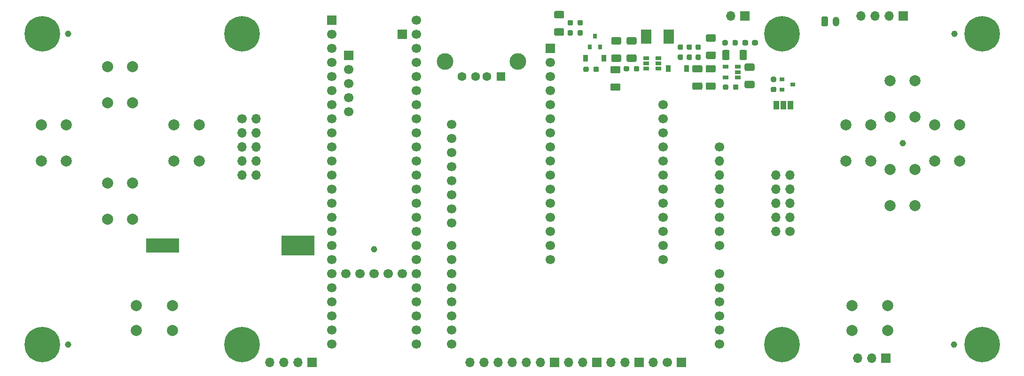
<source format=gbr>
%TF.GenerationSoftware,KiCad,Pcbnew,5.1.9*%
%TF.CreationDate,2021-01-24T16:08:06-08:00*%
%TF.ProjectId,TeensyDisplayShield,5465656e-7379-4446-9973-706c61795368,rev?*%
%TF.SameCoordinates,Original*%
%TF.FileFunction,Soldermask,Top*%
%TF.FilePolarity,Negative*%
%FSLAX46Y46*%
G04 Gerber Fmt 4.6, Leading zero omitted, Abs format (unit mm)*
G04 Created by KiCad (PCBNEW 5.1.9) date 2021-01-24 16:08:06*
%MOMM*%
%LPD*%
G01*
G04 APERTURE LIST*
%ADD10C,1.152000*%
%ADD11C,1.700000*%
%ADD12O,1.700000X1.700000*%
%ADD13R,1.700000X1.700000*%
%ADD14R,0.900000X1.200000*%
%ADD15C,1.600000*%
%ADD16R,1.600000X1.500000*%
%ADD17C,3.000000*%
%ADD18O,1.200000X1.750000*%
%ADD19R,1.000000X1.500000*%
%ADD20C,2.000000*%
%ADD21R,1.060000X0.650000*%
%ADD22R,6.000000X2.600000*%
%ADD23R,6.000000X3.600000*%
%ADD24R,0.800000X0.900000*%
%ADD25R,1.900000X2.500000*%
%ADD26R,0.900000X0.800000*%
%ADD27C,6.400000*%
G04 APERTURE END LIST*
D10*
%TO.C,REF\u002A\u002A*%
X204880000Y-137210000D03*
%TD*%
%TO.C,REF\u002A\u002A*%
X45280000Y-137260000D03*
%TD*%
D11*
%TO.C,A2*%
X114300000Y-134620000D03*
X114300000Y-137160000D03*
X162560000Y-137160000D03*
X162560000Y-134620000D03*
X114300000Y-102620000D03*
X162560000Y-132080000D03*
X114300000Y-105160000D03*
X162560000Y-129540000D03*
X114300000Y-107700000D03*
X162560000Y-127000000D03*
X114300000Y-110240000D03*
X162560000Y-124460000D03*
X114300000Y-112780000D03*
X162560000Y-119380000D03*
X114300000Y-115320000D03*
X162560000Y-116840000D03*
X114300000Y-119380000D03*
X162560000Y-114300000D03*
X114300000Y-121920000D03*
D12*
X162560000Y-111760000D03*
D11*
X114300000Y-124460000D03*
D12*
X162560000Y-109220000D03*
D11*
X114300000Y-127000000D03*
D12*
X162560000Y-106680000D03*
D11*
X114300000Y-129540000D03*
D12*
X162560000Y-104140000D03*
D11*
X114300000Y-132080000D03*
X162560000Y-101600000D03*
X114300000Y-97540000D03*
X114300000Y-100080000D03*
%TD*%
%TO.C,A1*%
X132080000Y-121920000D03*
X132080000Y-119380000D03*
X132080000Y-116840000D03*
X132080000Y-114300000D03*
X132080000Y-111760000D03*
X132080000Y-109220000D03*
X132080000Y-106680000D03*
X132080000Y-104140000D03*
X132080000Y-101600000D03*
X132080000Y-99060000D03*
X132080000Y-96520000D03*
X132080000Y-93980000D03*
X132080000Y-91440000D03*
X132080000Y-88900000D03*
X132080000Y-86360000D03*
D13*
X132080000Y-83820000D03*
D11*
X152400000Y-93980000D03*
X152400000Y-96520000D03*
X152400000Y-99060000D03*
X152400000Y-101600000D03*
X152400000Y-104140000D03*
X152400000Y-106680000D03*
X152400000Y-109220000D03*
X152400000Y-111760000D03*
X152400000Y-114300000D03*
X152400000Y-116840000D03*
X152400000Y-119380000D03*
X152400000Y-121920000D03*
%TD*%
D14*
%TO.C,D2*%
X138500000Y-85580000D03*
X141800000Y-85580000D03*
%TD*%
%TO.C,D1*%
G36*
G01*
X167752000Y-82562500D02*
X167752000Y-83037500D01*
G75*
G02*
X167514500Y-83275000I-237500J0D01*
G01*
X166939500Y-83275000D01*
G75*
G02*
X166702000Y-83037500I0J237500D01*
G01*
X166702000Y-82562500D01*
G75*
G02*
X166939500Y-82325000I237500J0D01*
G01*
X167514500Y-82325000D01*
G75*
G02*
X167752000Y-82562500I0J-237500D01*
G01*
G37*
G36*
G01*
X169502000Y-82562500D02*
X169502000Y-83037500D01*
G75*
G02*
X169264500Y-83275000I-237500J0D01*
G01*
X168689500Y-83275000D01*
G75*
G02*
X168452000Y-83037500I0J237500D01*
G01*
X168452000Y-82562500D01*
G75*
G02*
X168689500Y-82325000I237500J0D01*
G01*
X169264500Y-82325000D01*
G75*
G02*
X169502000Y-82562500I0J-237500D01*
G01*
G37*
%TD*%
D15*
%TO.C,J2*%
X116190000Y-88900000D03*
X118690000Y-88900000D03*
X120690000Y-88900000D03*
D16*
X123190000Y-88900000D03*
D17*
X113120000Y-86190000D03*
X126260000Y-86190000D03*
%TD*%
D13*
%TO.C,J5*%
X195700000Y-78000000D03*
D12*
X193160000Y-78000000D03*
X190620000Y-78000000D03*
X188080000Y-78000000D03*
%TD*%
%TO.C,J1*%
G36*
G01*
X180950000Y-79575001D02*
X180950000Y-78324999D01*
G75*
G02*
X181199999Y-78075000I249999J0D01*
G01*
X181900001Y-78075000D01*
G75*
G02*
X182150000Y-78324999I0J-249999D01*
G01*
X182150000Y-79575001D01*
G75*
G02*
X181900001Y-79825000I-249999J0D01*
G01*
X181199999Y-79825000D01*
G75*
G02*
X180950000Y-79575001I0J249999D01*
G01*
G37*
D18*
X183550000Y-78950000D03*
%TD*%
D13*
%TO.C,J6*%
X167170000Y-78000000D03*
D12*
X164630000Y-78000000D03*
%TD*%
%TO.C,J3*%
X117602000Y-140440000D03*
X120142000Y-140440000D03*
X122682000Y-140440000D03*
X125222000Y-140440000D03*
X127762000Y-140440000D03*
X130302000Y-140440000D03*
D13*
X132842000Y-140440000D03*
D12*
X135382000Y-140440000D03*
X137922000Y-140440000D03*
D13*
X140462000Y-140440000D03*
D12*
X143002000Y-140440000D03*
X145542000Y-140440000D03*
D13*
X148082000Y-140440000D03*
D12*
X150622000Y-140440000D03*
D11*
X153162000Y-140440000D03*
D13*
X155702000Y-140440000D03*
%TD*%
D19*
%TO.C,JP2*%
X175400000Y-94090000D03*
X172800000Y-94090000D03*
X174100000Y-94090000D03*
%TD*%
D20*
%TO.C,SW2*%
X197850000Y-89640000D03*
X193350000Y-89640000D03*
X197850000Y-96140000D03*
X193350000Y-96140000D03*
%TD*%
D13*
%TO.C,U2*%
X105410000Y-81280000D03*
D11*
X95760800Y-95199200D03*
X95760800Y-92659200D03*
X95760800Y-90119200D03*
X95760800Y-87579200D03*
D13*
X95760800Y-85039200D03*
D11*
X107950000Y-78740000D03*
X107950000Y-81280000D03*
X107950000Y-83820000D03*
X107950000Y-86360000D03*
X107950000Y-88900000D03*
X107950000Y-91440000D03*
X107950000Y-93980000D03*
X107950000Y-96520000D03*
X107950000Y-99060000D03*
X107950000Y-101600000D03*
X107950000Y-104140000D03*
X107950000Y-106680000D03*
X107950000Y-109220000D03*
X107950000Y-111760000D03*
D13*
X92710000Y-78740000D03*
D11*
X92710000Y-81280000D03*
X92710000Y-83820000D03*
X92710000Y-86360000D03*
X92710000Y-88900000D03*
X92710000Y-91440000D03*
X92710000Y-93980000D03*
X92710000Y-96520000D03*
X92710000Y-99060000D03*
X92710000Y-101600000D03*
X92710000Y-104140000D03*
X92710000Y-106680000D03*
X92710000Y-109220000D03*
X107950000Y-114300000D03*
X107950000Y-116840000D03*
X107950000Y-119380000D03*
X107950000Y-121920000D03*
X107950000Y-124460000D03*
X107950000Y-127000000D03*
X107950000Y-129540000D03*
X107950000Y-132080000D03*
X107950000Y-134620000D03*
X107950000Y-137160000D03*
X92710000Y-137160000D03*
X92710000Y-134620000D03*
X92710000Y-132080000D03*
X92710000Y-129540000D03*
X92710000Y-111760000D03*
X92710000Y-114300000D03*
X92710000Y-116840000D03*
X92710000Y-127000000D03*
X92710000Y-124460000D03*
X92710000Y-121920000D03*
X92710000Y-119380000D03*
X95250000Y-124460000D03*
X97790000Y-124460000D03*
X100330000Y-124460000D03*
X102870000Y-124460000D03*
X105410000Y-124460000D03*
%TD*%
D21*
%TO.C,U1*%
X163702000Y-89050000D03*
X163702000Y-87150000D03*
X165902000Y-87150000D03*
X165902000Y-88100000D03*
X165902000Y-89050000D03*
%TD*%
D12*
%TO.C,SW1*%
X187450000Y-139700000D03*
X189990000Y-139700000D03*
D13*
X192530000Y-139700000D03*
%TD*%
%TO.C,R4*%
G36*
G01*
X146312500Y-87242500D02*
X146312500Y-87717500D01*
G75*
G02*
X146075000Y-87955000I-237500J0D01*
G01*
X145575000Y-87955000D01*
G75*
G02*
X145337500Y-87717500I0J237500D01*
G01*
X145337500Y-87242500D01*
G75*
G02*
X145575000Y-87005000I237500J0D01*
G01*
X146075000Y-87005000D01*
G75*
G02*
X146312500Y-87242500I0J-237500D01*
G01*
G37*
G36*
G01*
X148137500Y-87242500D02*
X148137500Y-87717500D01*
G75*
G02*
X147900000Y-87955000I-237500J0D01*
G01*
X147400000Y-87955000D01*
G75*
G02*
X147162500Y-87717500I0J237500D01*
G01*
X147162500Y-87242500D01*
G75*
G02*
X147400000Y-87005000I237500J0D01*
G01*
X147900000Y-87005000D01*
G75*
G02*
X148137500Y-87242500I0J-237500D01*
G01*
G37*
%TD*%
%TO.C,R5*%
G36*
G01*
X157387500Y-85892500D02*
X156912500Y-85892500D01*
G75*
G02*
X156675000Y-85655000I0J237500D01*
G01*
X156675000Y-85155000D01*
G75*
G02*
X156912500Y-84917500I237500J0D01*
G01*
X157387500Y-84917500D01*
G75*
G02*
X157625000Y-85155000I0J-237500D01*
G01*
X157625000Y-85655000D01*
G75*
G02*
X157387500Y-85892500I-237500J0D01*
G01*
G37*
G36*
G01*
X157387500Y-84067500D02*
X156912500Y-84067500D01*
G75*
G02*
X156675000Y-83830000I0J237500D01*
G01*
X156675000Y-83330000D01*
G75*
G02*
X156912500Y-83092500I237500J0D01*
G01*
X157387500Y-83092500D01*
G75*
G02*
X157625000Y-83330000I0J-237500D01*
G01*
X157625000Y-83830000D01*
G75*
G02*
X157387500Y-84067500I-237500J0D01*
G01*
G37*
%TD*%
%TO.C,R6*%
G36*
G01*
X155787500Y-84067500D02*
X155312500Y-84067500D01*
G75*
G02*
X155075000Y-83830000I0J237500D01*
G01*
X155075000Y-83330000D01*
G75*
G02*
X155312500Y-83092500I237500J0D01*
G01*
X155787500Y-83092500D01*
G75*
G02*
X156025000Y-83330000I0J-237500D01*
G01*
X156025000Y-83830000D01*
G75*
G02*
X155787500Y-84067500I-237500J0D01*
G01*
G37*
G36*
G01*
X155787500Y-85892500D02*
X155312500Y-85892500D01*
G75*
G02*
X155075000Y-85655000I0J237500D01*
G01*
X155075000Y-85155000D01*
G75*
G02*
X155312500Y-84917500I237500J0D01*
G01*
X155787500Y-84917500D01*
G75*
G02*
X156025000Y-85155000I0J-237500D01*
G01*
X156025000Y-85655000D01*
G75*
G02*
X155787500Y-85892500I-237500J0D01*
G01*
G37*
%TD*%
%TO.C,R7*%
G36*
G01*
X158987500Y-85892500D02*
X158512500Y-85892500D01*
G75*
G02*
X158275000Y-85655000I0J237500D01*
G01*
X158275000Y-85155000D01*
G75*
G02*
X158512500Y-84917500I237500J0D01*
G01*
X158987500Y-84917500D01*
G75*
G02*
X159225000Y-85155000I0J-237500D01*
G01*
X159225000Y-85655000D01*
G75*
G02*
X158987500Y-85892500I-237500J0D01*
G01*
G37*
G36*
G01*
X158987500Y-84067500D02*
X158512500Y-84067500D01*
G75*
G02*
X158275000Y-83830000I0J237500D01*
G01*
X158275000Y-83330000D01*
G75*
G02*
X158512500Y-83092500I237500J0D01*
G01*
X158987500Y-83092500D01*
G75*
G02*
X159225000Y-83330000I0J-237500D01*
G01*
X159225000Y-83830000D01*
G75*
G02*
X158987500Y-84067500I-237500J0D01*
G01*
G37*
%TD*%
D21*
%TO.C,U3*%
X151550000Y-87480000D03*
X151550000Y-86530000D03*
X151550000Y-85580000D03*
X149350000Y-85580000D03*
X149350000Y-87480000D03*
X149350000Y-86530000D03*
%TD*%
D10*
%TO.C,REF\u002A\u002A*%
X195600000Y-100900000D03*
%TD*%
%TO.C,REF\u002A\u002A*%
X204882000Y-81180000D03*
%TD*%
%TO.C,REF\u002A\u002A*%
X100332000Y-120020000D03*
%TD*%
%TO.C,REF\u002A\u002A*%
X45282000Y-81220000D03*
%TD*%
%TO.C,R3*%
G36*
G01*
X139875000Y-87817500D02*
X139875000Y-87342500D01*
G75*
G02*
X140112500Y-87105000I237500J0D01*
G01*
X140612500Y-87105000D01*
G75*
G02*
X140850000Y-87342500I0J-237500D01*
G01*
X140850000Y-87817500D01*
G75*
G02*
X140612500Y-88055000I-237500J0D01*
G01*
X140112500Y-88055000D01*
G75*
G02*
X139875000Y-87817500I0J237500D01*
G01*
G37*
G36*
G01*
X138050000Y-87817500D02*
X138050000Y-87342500D01*
G75*
G02*
X138287500Y-87105000I237500J0D01*
G01*
X138787500Y-87105000D01*
G75*
G02*
X139025000Y-87342500I0J-237500D01*
G01*
X139025000Y-87817500D01*
G75*
G02*
X138787500Y-88055000I-237500J0D01*
G01*
X138287500Y-88055000D01*
G75*
G02*
X138050000Y-87817500I0J237500D01*
G01*
G37*
%TD*%
%TO.C,R2*%
G36*
G01*
X164077000Y-82562500D02*
X164077000Y-83037500D01*
G75*
G02*
X163839500Y-83275000I-237500J0D01*
G01*
X163339500Y-83275000D01*
G75*
G02*
X163102000Y-83037500I0J237500D01*
G01*
X163102000Y-82562500D01*
G75*
G02*
X163339500Y-82325000I237500J0D01*
G01*
X163839500Y-82325000D01*
G75*
G02*
X164077000Y-82562500I0J-237500D01*
G01*
G37*
G36*
G01*
X165902000Y-82562500D02*
X165902000Y-83037500D01*
G75*
G02*
X165664500Y-83275000I-237500J0D01*
G01*
X165164500Y-83275000D01*
G75*
G02*
X164927000Y-83037500I0J237500D01*
G01*
X164927000Y-82562500D01*
G75*
G02*
X165164500Y-82325000I237500J0D01*
G01*
X165664500Y-82325000D01*
G75*
G02*
X165902000Y-82562500I0J-237500D01*
G01*
G37*
%TD*%
%TO.C,R1*%
G36*
G01*
X165027000Y-91037500D02*
X165027000Y-90562500D01*
G75*
G02*
X165264500Y-90325000I237500J0D01*
G01*
X165764500Y-90325000D01*
G75*
G02*
X166002000Y-90562500I0J-237500D01*
G01*
X166002000Y-91037500D01*
G75*
G02*
X165764500Y-91275000I-237500J0D01*
G01*
X165264500Y-91275000D01*
G75*
G02*
X165027000Y-91037500I0J237500D01*
G01*
G37*
G36*
G01*
X163202000Y-91037500D02*
X163202000Y-90562500D01*
G75*
G02*
X163439500Y-90325000I237500J0D01*
G01*
X163939500Y-90325000D01*
G75*
G02*
X164177000Y-90562500I0J-237500D01*
G01*
X164177000Y-91037500D01*
G75*
G02*
X163939500Y-91275000I-237500J0D01*
G01*
X163439500Y-91275000D01*
G75*
G02*
X163202000Y-91037500I0J237500D01*
G01*
G37*
%TD*%
%TO.C,R10*%
G36*
G01*
X135464500Y-80525000D02*
X135939500Y-80525000D01*
G75*
G02*
X136177000Y-80762500I0J-237500D01*
G01*
X136177000Y-81262500D01*
G75*
G02*
X135939500Y-81500000I-237500J0D01*
G01*
X135464500Y-81500000D01*
G75*
G02*
X135227000Y-81262500I0J237500D01*
G01*
X135227000Y-80762500D01*
G75*
G02*
X135464500Y-80525000I237500J0D01*
G01*
G37*
G36*
G01*
X135464500Y-78700000D02*
X135939500Y-78700000D01*
G75*
G02*
X136177000Y-78937500I0J-237500D01*
G01*
X136177000Y-79437500D01*
G75*
G02*
X135939500Y-79675000I-237500J0D01*
G01*
X135464500Y-79675000D01*
G75*
G02*
X135227000Y-79437500I0J237500D01*
G01*
X135227000Y-78937500D01*
G75*
G02*
X135464500Y-78700000I237500J0D01*
G01*
G37*
%TD*%
%TO.C,R9*%
G36*
G01*
X137739500Y-79675000D02*
X137264500Y-79675000D01*
G75*
G02*
X137027000Y-79437500I0J237500D01*
G01*
X137027000Y-78937500D01*
G75*
G02*
X137264500Y-78700000I237500J0D01*
G01*
X137739500Y-78700000D01*
G75*
G02*
X137977000Y-78937500I0J-237500D01*
G01*
X137977000Y-79437500D01*
G75*
G02*
X137739500Y-79675000I-237500J0D01*
G01*
G37*
G36*
G01*
X137739500Y-81500000D02*
X137264500Y-81500000D01*
G75*
G02*
X137027000Y-81262500I0J237500D01*
G01*
X137027000Y-80762500D01*
G75*
G02*
X137264500Y-80525000I237500J0D01*
G01*
X137739500Y-80525000D01*
G75*
G02*
X137977000Y-80762500I0J-237500D01*
G01*
X137977000Y-81262500D01*
G75*
G02*
X137739500Y-81500000I-237500J0D01*
G01*
G37*
%TD*%
D22*
%TO.C,BT1*%
X62230000Y-119380000D03*
D23*
X86630000Y-119380000D03*
%TD*%
D24*
%TO.C,Q1*%
X140150000Y-81580000D03*
X141100000Y-83580000D03*
X139200000Y-83580000D03*
%TD*%
D12*
%TO.C,J4*%
X81542000Y-140440000D03*
X84082000Y-140440000D03*
X86622000Y-140440000D03*
D13*
X89162000Y-140440000D03*
%TD*%
D20*
%TO.C,SW7*%
X64008000Y-134706000D03*
X64008000Y-130206000D03*
X57508000Y-134706000D03*
X57508000Y-130206000D03*
%TD*%
%TO.C,SW6*%
X192936000Y-134706000D03*
X192936000Y-130206000D03*
X186436000Y-134706000D03*
X186436000Y-130206000D03*
%TD*%
%TO.C,SW11*%
X68834000Y-97640000D03*
X64334000Y-97640000D03*
X68834000Y-104140000D03*
X64334000Y-104140000D03*
%TD*%
%TO.C,SW10*%
X56858000Y-87140000D03*
X52358000Y-87140000D03*
X56858000Y-93640000D03*
X52358000Y-93640000D03*
%TD*%
%TO.C,SW9*%
X56858000Y-108140000D03*
X52358000Y-108140000D03*
X56858000Y-114640000D03*
X52358000Y-114640000D03*
%TD*%
%TO.C,SW8*%
X44882000Y-97640000D03*
X40382000Y-97640000D03*
X44882000Y-104140000D03*
X40382000Y-104140000D03*
%TD*%
%TO.C,SW5*%
X185350000Y-104140000D03*
X189850000Y-104140000D03*
X185350000Y-97640000D03*
X189850000Y-97640000D03*
%TD*%
%TO.C,SW4*%
X205850000Y-97640000D03*
X201350000Y-97640000D03*
X205850000Y-104140000D03*
X201350000Y-104140000D03*
%TD*%
%TO.C,SW3*%
X193350000Y-112140000D03*
X197850000Y-112140000D03*
X193350000Y-105640000D03*
X197850000Y-105640000D03*
%TD*%
D14*
%TO.C,D3*%
X156650000Y-87480000D03*
X153350000Y-87480000D03*
%TD*%
D25*
%TO.C,L1*%
X149350000Y-81680000D03*
X153450000Y-81680000D03*
%TD*%
%TO.C,C4*%
G36*
G01*
X144650003Y-83117500D02*
X143349997Y-83117500D01*
G75*
G02*
X143100000Y-82867503I0J249997D01*
G01*
X143100000Y-82042497D01*
G75*
G02*
X143349997Y-81792500I249997J0D01*
G01*
X144650003Y-81792500D01*
G75*
G02*
X144900000Y-82042497I0J-249997D01*
G01*
X144900000Y-82867503D01*
G75*
G02*
X144650003Y-83117500I-249997J0D01*
G01*
G37*
G36*
G01*
X144650003Y-86242500D02*
X143349997Y-86242500D01*
G75*
G02*
X143100000Y-85992503I0J249997D01*
G01*
X143100000Y-85167497D01*
G75*
G02*
X143349997Y-84917500I249997J0D01*
G01*
X144650003Y-84917500D01*
G75*
G02*
X144900000Y-85167497I0J-249997D01*
G01*
X144900000Y-85992503D01*
G75*
G02*
X144650003Y-86242500I-249997J0D01*
G01*
G37*
%TD*%
%TO.C,C5*%
G36*
G01*
X147400003Y-86242500D02*
X146099997Y-86242500D01*
G75*
G02*
X145850000Y-85992503I0J249997D01*
G01*
X145850000Y-85167497D01*
G75*
G02*
X146099997Y-84917500I249997J0D01*
G01*
X147400003Y-84917500D01*
G75*
G02*
X147650000Y-85167497I0J-249997D01*
G01*
X147650000Y-85992503D01*
G75*
G02*
X147400003Y-86242500I-249997J0D01*
G01*
G37*
G36*
G01*
X147400003Y-83117500D02*
X146099997Y-83117500D01*
G75*
G02*
X145850000Y-82867503I0J249997D01*
G01*
X145850000Y-82042497D01*
G75*
G02*
X146099997Y-81792500I249997J0D01*
G01*
X147400003Y-81792500D01*
G75*
G02*
X147650000Y-82042497I0J-249997D01*
G01*
X147650000Y-82867503D01*
G75*
G02*
X147400003Y-83117500I-249997J0D01*
G01*
G37*
%TD*%
%TO.C,C6*%
G36*
G01*
X157951997Y-89962500D02*
X159252003Y-89962500D01*
G75*
G02*
X159502000Y-90212497I0J-249997D01*
G01*
X159502000Y-91037503D01*
G75*
G02*
X159252003Y-91287500I-249997J0D01*
G01*
X157951997Y-91287500D01*
G75*
G02*
X157702000Y-91037503I0J249997D01*
G01*
X157702000Y-90212497D01*
G75*
G02*
X157951997Y-89962500I249997J0D01*
G01*
G37*
G36*
G01*
X157951997Y-86837500D02*
X159252003Y-86837500D01*
G75*
G02*
X159502000Y-87087497I0J-249997D01*
G01*
X159502000Y-87912503D01*
G75*
G02*
X159252003Y-88162500I-249997J0D01*
G01*
X157951997Y-88162500D01*
G75*
G02*
X157702000Y-87912503I0J249997D01*
G01*
X157702000Y-87087497D01*
G75*
G02*
X157951997Y-86837500I249997J0D01*
G01*
G37*
%TD*%
%TO.C,C7*%
G36*
G01*
X160351997Y-86837500D02*
X161652003Y-86837500D01*
G75*
G02*
X161902000Y-87087497I0J-249997D01*
G01*
X161902000Y-87912503D01*
G75*
G02*
X161652003Y-88162500I-249997J0D01*
G01*
X160351997Y-88162500D01*
G75*
G02*
X160102000Y-87912503I0J249997D01*
G01*
X160102000Y-87087497D01*
G75*
G02*
X160351997Y-86837500I249997J0D01*
G01*
G37*
G36*
G01*
X160351997Y-89962500D02*
X161652003Y-89962500D01*
G75*
G02*
X161902000Y-90212497I0J-249997D01*
G01*
X161902000Y-91037503D01*
G75*
G02*
X161652003Y-91287500I-249997J0D01*
G01*
X160351997Y-91287500D01*
G75*
G02*
X160102000Y-91037503I0J249997D01*
G01*
X160102000Y-90212497D01*
G75*
G02*
X160351997Y-89962500I249997J0D01*
G01*
G37*
%TD*%
%TO.C,C1*%
G36*
G01*
X164402000Y-84349997D02*
X164402000Y-85650003D01*
G75*
G02*
X164152003Y-85900000I-249997J0D01*
G01*
X163326997Y-85900000D01*
G75*
G02*
X163077000Y-85650003I0J249997D01*
G01*
X163077000Y-84349997D01*
G75*
G02*
X163326997Y-84100000I249997J0D01*
G01*
X164152003Y-84100000D01*
G75*
G02*
X164402000Y-84349997I0J-249997D01*
G01*
G37*
G36*
G01*
X167527000Y-84349997D02*
X167527000Y-85650003D01*
G75*
G02*
X167277003Y-85900000I-249997J0D01*
G01*
X166451997Y-85900000D01*
G75*
G02*
X166202000Y-85650003I0J249997D01*
G01*
X166202000Y-84349997D01*
G75*
G02*
X166451997Y-84100000I249997J0D01*
G01*
X167277003Y-84100000D01*
G75*
G02*
X167527000Y-84349997I0J-249997D01*
G01*
G37*
%TD*%
%TO.C,C2*%
G36*
G01*
X167351997Y-86537500D02*
X168652003Y-86537500D01*
G75*
G02*
X168902000Y-86787497I0J-249997D01*
G01*
X168902000Y-87612503D01*
G75*
G02*
X168652003Y-87862500I-249997J0D01*
G01*
X167351997Y-87862500D01*
G75*
G02*
X167102000Y-87612503I0J249997D01*
G01*
X167102000Y-86787497D01*
G75*
G02*
X167351997Y-86537500I249997J0D01*
G01*
G37*
G36*
G01*
X167351997Y-89662500D02*
X168652003Y-89662500D01*
G75*
G02*
X168902000Y-89912497I0J-249997D01*
G01*
X168902000Y-90737503D01*
G75*
G02*
X168652003Y-90987500I-249997J0D01*
G01*
X167351997Y-90987500D01*
G75*
G02*
X167102000Y-90737503I0J249997D01*
G01*
X167102000Y-89912497D01*
G75*
G02*
X167351997Y-89662500I249997J0D01*
G01*
G37*
%TD*%
D26*
%TO.C,Q2*%
X173832000Y-89360000D03*
X173832000Y-91260000D03*
X175832000Y-90310000D03*
%TD*%
%TO.C,R8*%
G36*
G01*
X172094500Y-88910000D02*
X172569500Y-88910000D01*
G75*
G02*
X172807000Y-89147500I0J-237500D01*
G01*
X172807000Y-89647500D01*
G75*
G02*
X172569500Y-89885000I-237500J0D01*
G01*
X172094500Y-89885000D01*
G75*
G02*
X171857000Y-89647500I0J237500D01*
G01*
X171857000Y-89147500D01*
G75*
G02*
X172094500Y-88910000I237500J0D01*
G01*
G37*
G36*
G01*
X172094500Y-90735000D02*
X172569500Y-90735000D01*
G75*
G02*
X172807000Y-90972500I0J-237500D01*
G01*
X172807000Y-91472500D01*
G75*
G02*
X172569500Y-91710000I-237500J0D01*
G01*
X172094500Y-91710000D01*
G75*
G02*
X171857000Y-91472500I0J237500D01*
G01*
X171857000Y-90972500D01*
G75*
G02*
X172094500Y-90735000I237500J0D01*
G01*
G37*
%TD*%
%TO.C,C3*%
G36*
G01*
X143181997Y-90122500D02*
X144482003Y-90122500D01*
G75*
G02*
X144732000Y-90372497I0J-249997D01*
G01*
X144732000Y-91197503D01*
G75*
G02*
X144482003Y-91447500I-249997J0D01*
G01*
X143181997Y-91447500D01*
G75*
G02*
X142932000Y-91197503I0J249997D01*
G01*
X142932000Y-90372497D01*
G75*
G02*
X143181997Y-90122500I249997J0D01*
G01*
G37*
G36*
G01*
X143181997Y-86997500D02*
X144482003Y-86997500D01*
G75*
G02*
X144732000Y-87247497I0J-249997D01*
G01*
X144732000Y-88072503D01*
G75*
G02*
X144482003Y-88322500I-249997J0D01*
G01*
X143181997Y-88322500D01*
G75*
G02*
X142932000Y-88072503I0J249997D01*
G01*
X142932000Y-87247497D01*
G75*
G02*
X143181997Y-86997500I249997J0D01*
G01*
G37*
%TD*%
%TO.C,C8*%
G36*
G01*
X161682003Y-85722500D02*
X160381997Y-85722500D01*
G75*
G02*
X160132000Y-85472503I0J249997D01*
G01*
X160132000Y-84647497D01*
G75*
G02*
X160381997Y-84397500I249997J0D01*
G01*
X161682003Y-84397500D01*
G75*
G02*
X161932000Y-84647497I0J-249997D01*
G01*
X161932000Y-85472503D01*
G75*
G02*
X161682003Y-85722500I-249997J0D01*
G01*
G37*
G36*
G01*
X161682003Y-82597500D02*
X160381997Y-82597500D01*
G75*
G02*
X160132000Y-82347503I0J249997D01*
G01*
X160132000Y-81522497D01*
G75*
G02*
X160381997Y-81272500I249997J0D01*
G01*
X161682003Y-81272500D01*
G75*
G02*
X161932000Y-81522497I0J-249997D01*
G01*
X161932000Y-82347503D01*
G75*
G02*
X161682003Y-82597500I-249997J0D01*
G01*
G37*
%TD*%
%TO.C,C9*%
G36*
G01*
X133049997Y-77075000D02*
X134350003Y-77075000D01*
G75*
G02*
X134600000Y-77324997I0J-249997D01*
G01*
X134600000Y-78150003D01*
G75*
G02*
X134350003Y-78400000I-249997J0D01*
G01*
X133049997Y-78400000D01*
G75*
G02*
X132800000Y-78150003I0J249997D01*
G01*
X132800000Y-77324997D01*
G75*
G02*
X133049997Y-77075000I249997J0D01*
G01*
G37*
G36*
G01*
X133049997Y-80200000D02*
X134350003Y-80200000D01*
G75*
G02*
X134600000Y-80449997I0J-249997D01*
G01*
X134600000Y-81275003D01*
G75*
G02*
X134350003Y-81525000I-249997J0D01*
G01*
X133049997Y-81525000D01*
G75*
G02*
X132800000Y-81275003I0J249997D01*
G01*
X132800000Y-80449997D01*
G75*
G02*
X133049997Y-80200000I249997J0D01*
G01*
G37*
%TD*%
D11*
%TO.C,J7*%
X175260000Y-116840000D03*
D12*
X172720000Y-116840000D03*
X175260000Y-114300000D03*
X172720000Y-114300000D03*
X175260000Y-111760000D03*
X172720000Y-111760000D03*
X175260000Y-109220000D03*
X172720000Y-109220000D03*
X175260000Y-106680000D03*
X172720000Y-106680000D03*
%TD*%
%TO.C,J8*%
X79100000Y-106680000D03*
X76560000Y-106680000D03*
X79100000Y-104140000D03*
X76560000Y-104140000D03*
X79100000Y-101600000D03*
X76560000Y-101600000D03*
X79100000Y-99060000D03*
X76560000Y-99060000D03*
X79100000Y-96520000D03*
D11*
X76560000Y-96520000D03*
%TD*%
D27*
%TO.C,H1*%
X76560000Y-81200000D03*
%TD*%
%TO.C,H2*%
X173884000Y-81200000D03*
%TD*%
%TO.C,H3*%
X76560000Y-137240000D03*
%TD*%
%TO.C,H4*%
X173884000Y-137240000D03*
%TD*%
%TO.C,H5*%
X209884000Y-81200000D03*
%TD*%
%TO.C,H6*%
X209884000Y-137240000D03*
%TD*%
%TO.C,H7*%
X40560000Y-81200000D03*
%TD*%
%TO.C,H8*%
X40560000Y-137240000D03*
%TD*%
M02*

</source>
